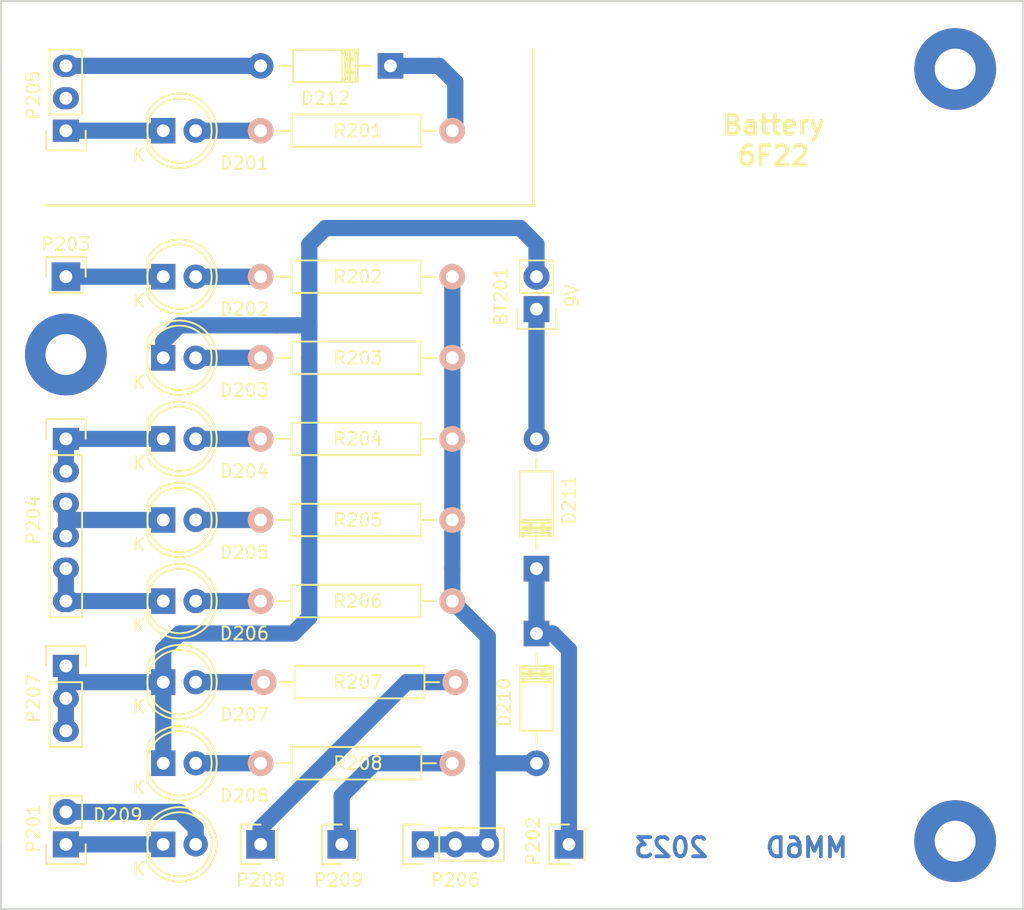
<source format=kicad_pcb>
(kicad_pcb (version 20171130) (host pcbnew 5.1.5+dfsg1-2build2)

  (general
    (thickness 1.6)
    (drawings 11)
    (tracks 66)
    (zones 0)
    (modules 33)
    (nets 25)
  )

  (page A4)
  (title_block
    (title "MM6D Grow house control device")
    (date 2024-04-23)
    (rev 231006)
    (company "Pozsar Zsolt - http://www.pozsarzs.hu")
    (comment 1 "Display board")
  )

  (layers
    (0 F.Cu signal)
    (31 B.Cu signal)
    (32 B.Adhes user)
    (33 F.Adhes user)
    (34 B.Paste user)
    (35 F.Paste user)
    (36 B.SilkS user)
    (37 F.SilkS user)
    (38 B.Mask user)
    (39 F.Mask user)
    (40 Dwgs.User user)
    (41 Cmts.User user)
    (42 Eco1.User user)
    (43 Eco2.User user)
    (44 Edge.Cuts user)
    (45 Margin user)
    (46 B.CrtYd user)
    (47 F.CrtYd user)
    (48 B.Fab user)
    (49 F.Fab user)
  )

  (setup
    (last_trace_width 0.25)
    (user_trace_width 1.27)
    (trace_clearance 0.2)
    (zone_clearance 0.508)
    (zone_45_only no)
    (trace_min 0.2)
    (via_size 0.6)
    (via_drill 0.4)
    (via_min_size 0.4)
    (via_min_drill 0.3)
    (uvia_size 0.3)
    (uvia_drill 0.1)
    (uvias_allowed no)
    (uvia_min_size 0.2)
    (uvia_min_drill 0.1)
    (edge_width 0.15)
    (segment_width 0.2)
    (pcb_text_width 0.3)
    (pcb_text_size 1.5 1.5)
    (mod_edge_width 0.15)
    (mod_text_size 0.000001 0.000001)
    (mod_text_width 0.15)
    (pad_size 1.99898 1.99898)
    (pad_drill 1.00076)
    (pad_to_mask_clearance 0.2)
    (aux_axis_origin 0 0)
    (visible_elements 7FFFFFFF)
    (pcbplotparams
      (layerselection 0x010e0_ffffffff)
      (usegerberextensions false)
      (usegerberattributes false)
      (usegerberadvancedattributes false)
      (creategerberjobfile false)
      (excludeedgelayer false)
      (linewidth 0.100000)
      (plotframeref false)
      (viasonmask false)
      (mode 1)
      (useauxorigin false)
      (hpglpennumber 1)
      (hpglpenspeed 20)
      (hpglpendiameter 15.000000)
      (psnegative false)
      (psa4output false)
      (plotreference true)
      (plotvalue false)
      (plotinvisibletext false)
      (padsonsilk false)
      (subtractmaskfromsilk false)
      (outputformat 1)
      (mirror false)
      (drillshape 0)
      (scaleselection 1)
      (outputdirectory ""))
  )

  (net 0 "")
  (net 1 "Net-(BT201-Pad1)")
  (net 2 "Net-(BT201-Pad2)")
  (net 3 "Net-(D201-Pad1)")
  (net 4 "Net-(D201-Pad2)")
  (net 5 "Net-(D202-Pad1)")
  (net 6 "Net-(D202-Pad2)")
  (net 7 "Net-(D203-Pad2)")
  (net 8 "Net-(D204-Pad1)")
  (net 9 "Net-(D204-Pad2)")
  (net 10 "Net-(D205-Pad1)")
  (net 11 "Net-(D205-Pad2)")
  (net 12 "Net-(D206-Pad1)")
  (net 13 "Net-(D206-Pad2)")
  (net 14 "Net-(D207-Pad2)")
  (net 15 "Net-(D208-Pad2)")
  (net 16 "Net-(D209-Pad1)")
  (net 17 "Net-(D209-Pad2)")
  (net 18 /+12V)
  (net 19 "Net-(D210-Pad1)")
  (net 20 "Net-(D212-Pad2)")
  (net 21 "Net-(D212-Pad1)")
  (net 22 "Net-(P208-Pad1)")
  (net 23 "Net-(P209-Pad1)")
  (net 24 "Net-(P205-Pad2)")

  (net_class Default "This is the default net class."
    (clearance 0.2)
    (trace_width 0.25)
    (via_dia 0.6)
    (via_drill 0.4)
    (uvia_dia 0.3)
    (uvia_drill 0.1)
    (add_net /+12V)
    (add_net "Net-(BT201-Pad1)")
    (add_net "Net-(BT201-Pad2)")
    (add_net "Net-(D201-Pad1)")
    (add_net "Net-(D201-Pad2)")
    (add_net "Net-(D202-Pad1)")
    (add_net "Net-(D202-Pad2)")
    (add_net "Net-(D203-Pad2)")
    (add_net "Net-(D204-Pad1)")
    (add_net "Net-(D204-Pad2)")
    (add_net "Net-(D205-Pad1)")
    (add_net "Net-(D205-Pad2)")
    (add_net "Net-(D206-Pad1)")
    (add_net "Net-(D206-Pad2)")
    (add_net "Net-(D207-Pad2)")
    (add_net "Net-(D208-Pad2)")
    (add_net "Net-(D209-Pad1)")
    (add_net "Net-(D209-Pad2)")
    (add_net "Net-(D210-Pad1)")
    (add_net "Net-(D212-Pad1)")
    (add_net "Net-(D212-Pad2)")
    (add_net "Net-(P205-Pad2)")
    (add_net "Net-(P208-Pad1)")
    (add_net "Net-(P209-Pad1)")
  )

  (module Mounting_Holes:MountingHole_3.2mm_M3_Pad (layer F.Cu) (tedit 5F96DD4E) (tstamp 5F9703F6)
    (at 179.832 63.5)
    (descr "Mounting Hole 3.2mm, M3")
    (tags "mounting hole 3.2mm m3")
    (fp_text reference REF** (at 0 -4.2) (layer F.SilkS) hide
      (effects (font (size 1 1) (thickness 0.15)))
    )
    (fp_text value MountingHole_3.2mm_M3_Pad (at -14.224 -4.064) (layer F.Fab) hide
      (effects (font (size 1 1) (thickness 0.15)))
    )
    (fp_circle (center 0 0) (end 3.2 0) (layer Cmts.User) (width 0.15))
    (fp_circle (center 0 0) (end 3.45 0) (layer F.CrtYd) (width 0.05))
    (pad 1 thru_hole circle (at 0 0) (size 6.4 6.4) (drill 3.2) (layers *.Cu *.Mask))
  )

  (module Socket_Strips:Socket_Strip_Straight_1x02 (layer F.Cu) (tedit 5F96B8A8) (tstamp 5F9697D1)
    (at 147.066 82.296 90)
    (descr "Through hole socket strip")
    (tags "socket strip")
    (path /5F1CCA80)
    (fp_text reference BT201 (at 1.016 -2.794 90) (layer F.SilkS)
      (effects (font (size 1 1) (thickness 0.15)))
    )
    (fp_text value 9V (at 1.016 2.794 90) (layer F.SilkS)
      (effects (font (size 1 1) (thickness 0.15)))
    )
    (fp_line (start -1.55 1.55) (end 0 1.55) (layer F.SilkS) (width 0.15))
    (fp_line (start 3.81 1.27) (end 1.27 1.27) (layer F.SilkS) (width 0.15))
    (fp_line (start -1.75 -1.75) (end -1.75 1.75) (layer F.CrtYd) (width 0.05))
    (fp_line (start 4.3 -1.75) (end 4.3 1.75) (layer F.CrtYd) (width 0.05))
    (fp_line (start -1.75 -1.75) (end 4.3 -1.75) (layer F.CrtYd) (width 0.05))
    (fp_line (start -1.75 1.75) (end 4.3 1.75) (layer F.CrtYd) (width 0.05))
    (fp_line (start 1.27 1.27) (end 1.27 -1.27) (layer F.SilkS) (width 0.15))
    (fp_line (start 0 -1.55) (end -1.55 -1.55) (layer F.SilkS) (width 0.15))
    (fp_line (start -1.55 -1.55) (end -1.55 1.55) (layer F.SilkS) (width 0.15))
    (fp_line (start 1.27 -1.27) (end 3.81 -1.27) (layer F.SilkS) (width 0.15))
    (fp_line (start 3.81 -1.27) (end 3.81 1.27) (layer F.SilkS) (width 0.15))
    (pad 1 thru_hole rect (at 0 0 90) (size 2.032 2.032) (drill 1.00076) (layers *.Cu *.Mask)
      (net 1 "Net-(BT201-Pad1)"))
    (pad 2 thru_hole oval (at 2.54 0 90) (size 2.032 2.032) (drill 1.00076) (layers *.Cu *.Mask)
      (net 2 "Net-(BT201-Pad2)"))
    (model Socket_Strips.3dshapes/Socket_Strip_Straight_1x02.wrl
      (offset (xyz 1.269999980926514 0 0))
      (scale (xyz 1 1 1))
      (rotate (xyz 0 0 180))
    )
  )

  (module LEDs:LED-5MM (layer F.Cu) (tedit 5F969E15) (tstamp 5F9697D7)
    (at 117.856 68.326)
    (descr "LED 5mm round vertical")
    (tags "LED 5mm round vertical")
    (path /5F1AF03C)
    (fp_text reference D201 (at 6.35 2.54) (layer F.SilkS)
      (effects (font (size 1 1) (thickness 0.15)))
    )
    (fp_text value white (at 1.524 -3.937) (layer F.Fab) hide
      (effects (font (size 1 1) (thickness 0.15)))
    )
    (fp_line (start -1.5 -1.55) (end -1.5 1.55) (layer F.CrtYd) (width 0.05))
    (fp_arc (start 1.3 0) (end -1.5 1.55) (angle -302) (layer F.CrtYd) (width 0.05))
    (fp_arc (start 1.27 0) (end -1.23 -1.5) (angle 297.5) (layer F.SilkS) (width 0.15))
    (fp_line (start -1.23 1.5) (end -1.23 -1.5) (layer F.SilkS) (width 0.15))
    (fp_circle (center 1.27 0) (end 0.97 -2.5) (layer F.SilkS) (width 0.15))
    (fp_text user K (at -1.905 1.905) (layer F.SilkS)
      (effects (font (size 1 1) (thickness 0.15)))
    )
    (pad 1 thru_hole rect (at 0 0 90) (size 2 1.9) (drill 1.00076) (layers *.Cu *.Mask)
      (net 3 "Net-(D201-Pad1)"))
    (pad 2 thru_hole circle (at 2.54 0) (size 1.9 1.9) (drill 1.00076) (layers *.Cu *.Mask)
      (net 4 "Net-(D201-Pad2)"))
    (model LEDs.3dshapes/LED-5MM.wrl
      (offset (xyz 1.269999980926514 0 0))
      (scale (xyz 1 1 1))
      (rotate (xyz 0 0 90))
    )
  )

  (module LEDs:LED-5MM (layer F.Cu) (tedit 5F969E00) (tstamp 5F9697DD)
    (at 117.856 79.756)
    (descr "LED 5mm round vertical")
    (tags "LED 5mm round vertical")
    (path /5F7F615E)
    (fp_text reference D202 (at 6.35 2.54) (layer F.SilkS)
      (effects (font (size 1 1) (thickness 0.15)))
    )
    (fp_text value red (at 1.524 -3.937) (layer F.Fab) hide
      (effects (font (size 1 1) (thickness 0.15)))
    )
    (fp_line (start -1.5 -1.55) (end -1.5 1.55) (layer F.CrtYd) (width 0.05))
    (fp_arc (start 1.3 0) (end -1.5 1.55) (angle -302) (layer F.CrtYd) (width 0.05))
    (fp_arc (start 1.27 0) (end -1.23 -1.5) (angle 297.5) (layer F.SilkS) (width 0.15))
    (fp_line (start -1.23 1.5) (end -1.23 -1.5) (layer F.SilkS) (width 0.15))
    (fp_circle (center 1.27 0) (end 0.97 -2.5) (layer F.SilkS) (width 0.15))
    (fp_text user K (at -1.905 1.905) (layer F.SilkS)
      (effects (font (size 1 1) (thickness 0.15)))
    )
    (pad 1 thru_hole rect (at 0 0 90) (size 2 1.9) (drill 1.00076) (layers *.Cu *.Mask)
      (net 5 "Net-(D202-Pad1)"))
    (pad 2 thru_hole circle (at 2.54 0) (size 1.9 1.9) (drill 1.00076) (layers *.Cu *.Mask)
      (net 6 "Net-(D202-Pad2)"))
    (model LEDs.3dshapes/LED-5MM.wrl
      (offset (xyz 1.269999980926514 0 0))
      (scale (xyz 1 1 1))
      (rotate (xyz 0 0 90))
    )
  )

  (module LEDs:LED-5MM (layer F.Cu) (tedit 5F969E06) (tstamp 5F9697E3)
    (at 117.856 86.106)
    (descr "LED 5mm round vertical")
    (tags "LED 5mm round vertical")
    (path /5F1C1910)
    (fp_text reference D203 (at 6.35 2.54) (layer F.SilkS)
      (effects (font (size 1 1) (thickness 0.15)))
    )
    (fp_text value white (at 1.524 -3.937) (layer F.Fab) hide
      (effects (font (size 1 1) (thickness 0.15)))
    )
    (fp_line (start -1.5 -1.55) (end -1.5 1.55) (layer F.CrtYd) (width 0.05))
    (fp_arc (start 1.3 0) (end -1.5 1.55) (angle -302) (layer F.CrtYd) (width 0.05))
    (fp_arc (start 1.27 0) (end -1.23 -1.5) (angle 297.5) (layer F.SilkS) (width 0.15))
    (fp_line (start -1.23 1.5) (end -1.23 -1.5) (layer F.SilkS) (width 0.15))
    (fp_circle (center 1.27 0) (end 0.97 -2.5) (layer F.SilkS) (width 0.15))
    (fp_text user K (at -1.905 1.905) (layer F.SilkS)
      (effects (font (size 1 1) (thickness 0.15)))
    )
    (pad 1 thru_hole rect (at 0 0 90) (size 2 1.9) (drill 1.00076) (layers *.Cu *.Mask)
      (net 2 "Net-(BT201-Pad2)"))
    (pad 2 thru_hole circle (at 2.54 0) (size 1.9 1.9) (drill 1.00076) (layers *.Cu *.Mask)
      (net 7 "Net-(D203-Pad2)"))
    (model LEDs.3dshapes/LED-5MM.wrl
      (offset (xyz 1.269999980926514 0 0))
      (scale (xyz 1 1 1))
      (rotate (xyz 0 0 90))
    )
  )

  (module LEDs:LED-5MM (layer F.Cu) (tedit 5F969E0B) (tstamp 5F9697E9)
    (at 117.856 92.456)
    (descr "LED 5mm round vertical")
    (tags "LED 5mm round vertical")
    (path /5F7E9D43)
    (fp_text reference D204 (at 6.35 2.54) (layer F.SilkS)
      (effects (font (size 1 1) (thickness 0.15)))
    )
    (fp_text value green (at 1.524 -3.937) (layer F.Fab) hide
      (effects (font (size 1 1) (thickness 0.15)))
    )
    (fp_line (start -1.5 -1.55) (end -1.5 1.55) (layer F.CrtYd) (width 0.05))
    (fp_arc (start 1.3 0) (end -1.5 1.55) (angle -302) (layer F.CrtYd) (width 0.05))
    (fp_arc (start 1.27 0) (end -1.23 -1.5) (angle 297.5) (layer F.SilkS) (width 0.15))
    (fp_line (start -1.23 1.5) (end -1.23 -1.5) (layer F.SilkS) (width 0.15))
    (fp_circle (center 1.27 0) (end 0.97 -2.5) (layer F.SilkS) (width 0.15))
    (fp_text user K (at -1.905 1.905) (layer F.SilkS)
      (effects (font (size 1 1) (thickness 0.15)))
    )
    (pad 1 thru_hole rect (at 0 0 90) (size 2 1.9) (drill 1.00076) (layers *.Cu *.Mask)
      (net 8 "Net-(D204-Pad1)"))
    (pad 2 thru_hole circle (at 2.54 0) (size 1.9 1.9) (drill 1.00076) (layers *.Cu *.Mask)
      (net 9 "Net-(D204-Pad2)"))
    (model LEDs.3dshapes/LED-5MM.wrl
      (offset (xyz 1.269999980926514 0 0))
      (scale (xyz 1 1 1))
      (rotate (xyz 0 0 90))
    )
  )

  (module LEDs:LED-5MM (layer F.Cu) (tedit 5F969E42) (tstamp 5F9697EF)
    (at 117.856 98.806)
    (descr "LED 5mm round vertical")
    (tags "LED 5mm round vertical")
    (path /5F7E9BE9)
    (fp_text reference D205 (at 6.35 2.54) (layer F.SilkS)
      (effects (font (size 1 1) (thickness 0.15)))
    )
    (fp_text value green (at 1.524 -3.937) (layer F.Fab) hide
      (effects (font (size 1 1) (thickness 0.15)))
    )
    (fp_line (start -1.5 -1.55) (end -1.5 1.55) (layer F.CrtYd) (width 0.05))
    (fp_arc (start 1.3 0) (end -1.5 1.55) (angle -302) (layer F.CrtYd) (width 0.05))
    (fp_arc (start 1.27 0) (end -1.23 -1.5) (angle 297.5) (layer F.SilkS) (width 0.15))
    (fp_line (start -1.23 1.5) (end -1.23 -1.5) (layer F.SilkS) (width 0.15))
    (fp_circle (center 1.27 0) (end 0.97 -2.5) (layer F.SilkS) (width 0.15))
    (fp_text user K (at -1.905 1.905) (layer F.SilkS)
      (effects (font (size 1 1) (thickness 0.15)))
    )
    (pad 1 thru_hole rect (at 0 0 90) (size 2 1.9) (drill 1.00076) (layers *.Cu *.Mask)
      (net 10 "Net-(D205-Pad1)"))
    (pad 2 thru_hole circle (at 2.54 0) (size 1.9 1.9) (drill 1.00076) (layers *.Cu *.Mask)
      (net 11 "Net-(D205-Pad2)"))
    (model LEDs.3dshapes/LED-5MM.wrl
      (offset (xyz 1.269999980926514 0 0))
      (scale (xyz 1 1 1))
      (rotate (xyz 0 0 90))
    )
  )

  (module LEDs:LED-5MM (layer F.Cu) (tedit 5F969E46) (tstamp 5F9697F5)
    (at 117.856 105.156)
    (descr "LED 5mm round vertical")
    (tags "LED 5mm round vertical")
    (path /5F7E9A8F)
    (fp_text reference D206 (at 6.35 2.54) (layer F.SilkS)
      (effects (font (size 1 1) (thickness 0.15)))
    )
    (fp_text value green (at 1.524 -3.937) (layer F.Fab) hide
      (effects (font (size 1 1) (thickness 0.15)))
    )
    (fp_line (start -1.5 -1.55) (end -1.5 1.55) (layer F.CrtYd) (width 0.05))
    (fp_arc (start 1.3 0) (end -1.5 1.55) (angle -302) (layer F.CrtYd) (width 0.05))
    (fp_arc (start 1.27 0) (end -1.23 -1.5) (angle 297.5) (layer F.SilkS) (width 0.15))
    (fp_line (start -1.23 1.5) (end -1.23 -1.5) (layer F.SilkS) (width 0.15))
    (fp_circle (center 1.27 0) (end 0.97 -2.5) (layer F.SilkS) (width 0.15))
    (fp_text user K (at -1.905 1.905) (layer F.SilkS)
      (effects (font (size 1 1) (thickness 0.15)))
    )
    (pad 1 thru_hole rect (at 0 0 90) (size 2 1.9) (drill 1.00076) (layers *.Cu *.Mask)
      (net 12 "Net-(D206-Pad1)"))
    (pad 2 thru_hole circle (at 2.54 0) (size 1.9 1.9) (drill 1.00076) (layers *.Cu *.Mask)
      (net 13 "Net-(D206-Pad2)"))
    (model LEDs.3dshapes/LED-5MM.wrl
      (offset (xyz 1.269999980926514 0 0))
      (scale (xyz 1 1 1))
      (rotate (xyz 0 0 90))
    )
  )

  (module LEDs:LED-5MM (layer F.Cu) (tedit 5F969E4E) (tstamp 5F9697FB)
    (at 117.856 111.506)
    (descr "LED 5mm round vertical")
    (tags "LED 5mm round vertical")
    (path /5F1BBBBC)
    (fp_text reference D207 (at 6.35 2.54) (layer F.SilkS)
      (effects (font (size 1 1) (thickness 0.15)))
    )
    (fp_text value red (at 1.524 -3.937) (layer F.Fab) hide
      (effects (font (size 1 1) (thickness 0.15)))
    )
    (fp_line (start -1.5 -1.55) (end -1.5 1.55) (layer F.CrtYd) (width 0.05))
    (fp_arc (start 1.3 0) (end -1.5 1.55) (angle -302) (layer F.CrtYd) (width 0.05))
    (fp_arc (start 1.27 0) (end -1.23 -1.5) (angle 297.5) (layer F.SilkS) (width 0.15))
    (fp_line (start -1.23 1.5) (end -1.23 -1.5) (layer F.SilkS) (width 0.15))
    (fp_circle (center 1.27 0) (end 0.97 -2.5) (layer F.SilkS) (width 0.15))
    (fp_text user K (at -1.905 1.905) (layer F.SilkS)
      (effects (font (size 1 1) (thickness 0.15)))
    )
    (pad 1 thru_hole rect (at 0 0 90) (size 2 1.9) (drill 1.00076) (layers *.Cu *.Mask)
      (net 2 "Net-(BT201-Pad2)"))
    (pad 2 thru_hole circle (at 2.54 0) (size 1.9 1.9) (drill 1.00076) (layers *.Cu *.Mask)
      (net 14 "Net-(D207-Pad2)"))
    (model LEDs.3dshapes/LED-5MM.wrl
      (offset (xyz 1.269999980926514 0 0))
      (scale (xyz 1 1 1))
      (rotate (xyz 0 0 90))
    )
  )

  (module LEDs:LED-5MM (layer F.Cu) (tedit 5F969E52) (tstamp 5F969801)
    (at 117.856 117.856)
    (descr "LED 5mm round vertical")
    (tags "LED 5mm round vertical")
    (path /5F1C6BFD)
    (fp_text reference D208 (at 6.35 2.54) (layer F.SilkS)
      (effects (font (size 1 1) (thickness 0.15)))
    )
    (fp_text value yellow (at 1.524 -3.937) (layer F.Fab) hide
      (effects (font (size 1 1) (thickness 0.15)))
    )
    (fp_line (start -1.5 -1.55) (end -1.5 1.55) (layer F.CrtYd) (width 0.05))
    (fp_arc (start 1.3 0) (end -1.5 1.55) (angle -302) (layer F.CrtYd) (width 0.05))
    (fp_arc (start 1.27 0) (end -1.23 -1.5) (angle 297.5) (layer F.SilkS) (width 0.15))
    (fp_line (start -1.23 1.5) (end -1.23 -1.5) (layer F.SilkS) (width 0.15))
    (fp_circle (center 1.27 0) (end 0.97 -2.5) (layer F.SilkS) (width 0.15))
    (fp_text user K (at -1.905 1.905) (layer F.SilkS)
      (effects (font (size 1 1) (thickness 0.15)))
    )
    (pad 1 thru_hole rect (at 0 0 90) (size 2 1.9) (drill 1.00076) (layers *.Cu *.Mask)
      (net 2 "Net-(BT201-Pad2)"))
    (pad 2 thru_hole circle (at 2.54 0) (size 1.9 1.9) (drill 1.00076) (layers *.Cu *.Mask)
      (net 15 "Net-(D208-Pad2)"))
    (model LEDs.3dshapes/LED-5MM.wrl
      (offset (xyz 1.269999980926514 0 0))
      (scale (xyz 1 1 1))
      (rotate (xyz 0 0 90))
    )
  )

  (module LEDs:LED-5MM (layer F.Cu) (tedit 5F96B162) (tstamp 5F969807)
    (at 117.856 124.206)
    (descr "LED 5mm round vertical")
    (tags "LED 5mm round vertical")
    (path /5F81AC4E)
    (fp_text reference D209 (at -3.556 -2.286) (layer F.SilkS)
      (effects (font (size 1 1) (thickness 0.15)))
    )
    (fp_text value blue (at 1.524 -3.937) (layer F.Fab) hide
      (effects (font (size 1 1) (thickness 0.15)))
    )
    (fp_line (start -1.5 -1.55) (end -1.5 1.55) (layer F.CrtYd) (width 0.05))
    (fp_arc (start 1.3 0) (end -1.5 1.55) (angle -302) (layer F.CrtYd) (width 0.05))
    (fp_arc (start 1.27 0) (end -1.23 -1.5) (angle 297.5) (layer F.SilkS) (width 0.15))
    (fp_line (start -1.23 1.5) (end -1.23 -1.5) (layer F.SilkS) (width 0.15))
    (fp_circle (center 1.27 0) (end 0.97 -2.5) (layer F.SilkS) (width 0.15))
    (fp_text user K (at -1.905 1.905) (layer F.SilkS)
      (effects (font (size 1 1) (thickness 0.15)))
    )
    (pad 1 thru_hole rect (at 0 0 90) (size 2 1.9) (drill 1.00076) (layers *.Cu *.Mask)
      (net 16 "Net-(D209-Pad1)"))
    (pad 2 thru_hole circle (at 2.54 0) (size 1.9 1.9) (drill 1.00076) (layers *.Cu *.Mask)
      (net 17 "Net-(D209-Pad2)"))
    (model LEDs.3dshapes/LED-5MM.wrl
      (offset (xyz 1.269999980926514 0 0))
      (scale (xyz 1 1 1))
      (rotate (xyz 0 0 90))
    )
  )

  (module Diodes_THT:Diode_DO-41_SOD81_Horizontal_RM10 (layer F.Cu) (tedit 5F96BAF7) (tstamp 5F96980D)
    (at 147.066 107.696 270)
    (descr "Diode, DO-41, SOD81, Horizontal, RM 10mm,")
    (tags "Diode, DO-41, SOD81, Horizontal, RM 10mm, 1N4007, SB140,")
    (path /5F1CC812)
    (fp_text reference D210 (at 5.38734 2.53746 270) (layer F.SilkS)
      (effects (font (size 1 1) (thickness 0.15)))
    )
    (fp_text value 1N4001 (at 5.08 -2.286 270) (layer F.Fab) hide
      (effects (font (size 1 1) (thickness 0.15)))
    )
    (fp_line (start 7.62 -0.00254) (end 8.636 -0.00254) (layer F.SilkS) (width 0.15))
    (fp_line (start 2.794 -0.00254) (end 1.524 -0.00254) (layer F.SilkS) (width 0.15))
    (fp_line (start 3.048 -1.27254) (end 3.048 1.26746) (layer F.SilkS) (width 0.15))
    (fp_line (start 3.302 -1.27254) (end 3.302 1.26746) (layer F.SilkS) (width 0.15))
    (fp_line (start 3.556 -1.27254) (end 3.556 1.26746) (layer F.SilkS) (width 0.15))
    (fp_line (start 2.794 -1.27254) (end 2.794 1.26746) (layer F.SilkS) (width 0.15))
    (fp_line (start 3.81 -1.27254) (end 2.54 1.26746) (layer F.SilkS) (width 0.15))
    (fp_line (start 2.54 -1.27254) (end 3.81 1.26746) (layer F.SilkS) (width 0.15))
    (fp_line (start 3.81 -1.27254) (end 3.81 1.26746) (layer F.SilkS) (width 0.15))
    (fp_line (start 3.175 -1.27254) (end 3.175 1.26746) (layer F.SilkS) (width 0.15))
    (fp_line (start 2.54 1.26746) (end 2.54 -1.27254) (layer F.SilkS) (width 0.15))
    (fp_line (start 2.54 -1.27254) (end 7.62 -1.27254) (layer F.SilkS) (width 0.15))
    (fp_line (start 7.62 -1.27254) (end 7.62 1.26746) (layer F.SilkS) (width 0.15))
    (fp_line (start 7.62 1.26746) (end 2.54 1.26746) (layer F.SilkS) (width 0.15))
    (pad 2 thru_hole circle (at 10.16 -0.00254 90) (size 1.99898 1.99898) (drill 1.00076) (layers *.Cu *.Mask)
      (net 18 /+12V))
    (pad 1 thru_hole rect (at 0 -0.00254 90) (size 1.99898 1.99898) (drill 1.00076) (layers *.Cu *.Mask)
      (net 19 "Net-(D210-Pad1)"))
  )

  (module Diodes_THT:Diode_DO-41_SOD81_Horizontal_RM10 (layer F.Cu) (tedit 5F96BBB0) (tstamp 5F969813)
    (at 147.066 102.616 90)
    (descr "Diode, DO-41, SOD81, Horizontal, RM 10mm,")
    (tags "Diode, DO-41, SOD81, Horizontal, RM 10mm, 1N4007, SB140,")
    (path /5F1CC947)
    (fp_text reference D211 (at 5.38734 2.53746 90) (layer F.SilkS)
      (effects (font (size 1 1) (thickness 0.15)))
    )
    (fp_text value 1N4001 (at 5.588 -2.286 90) (layer F.Fab) hide
      (effects (font (size 1 1) (thickness 0.15)))
    )
    (fp_line (start 7.62 -0.00254) (end 8.636 -0.00254) (layer F.SilkS) (width 0.15))
    (fp_line (start 2.794 -0.00254) (end 1.524 -0.00254) (layer F.SilkS) (width 0.15))
    (fp_line (start 3.048 -1.27254) (end 3.048 1.26746) (layer F.SilkS) (width 0.15))
    (fp_line (start 3.302 -1.27254) (end 3.302 1.26746) (layer F.SilkS) (width 0.15))
    (fp_line (start 3.556 -1.27254) (end 3.556 1.26746) (layer F.SilkS) (width 0.15))
    (fp_line (start 2.794 -1.27254) (end 2.794 1.26746) (layer F.SilkS) (width 0.15))
    (fp_line (start 3.81 -1.27254) (end 2.54 1.26746) (layer F.SilkS) (width 0.15))
    (fp_line (start 2.54 -1.27254) (end 3.81 1.26746) (layer F.SilkS) (width 0.15))
    (fp_line (start 3.81 -1.27254) (end 3.81 1.26746) (layer F.SilkS) (width 0.15))
    (fp_line (start 3.175 -1.27254) (end 3.175 1.26746) (layer F.SilkS) (width 0.15))
    (fp_line (start 2.54 1.26746) (end 2.54 -1.27254) (layer F.SilkS) (width 0.15))
    (fp_line (start 2.54 -1.27254) (end 7.62 -1.27254) (layer F.SilkS) (width 0.15))
    (fp_line (start 7.62 -1.27254) (end 7.62 1.26746) (layer F.SilkS) (width 0.15))
    (fp_line (start 7.62 1.26746) (end 2.54 1.26746) (layer F.SilkS) (width 0.15))
    (pad 2 thru_hole circle (at 10.16 -0.00254 270) (size 1.99898 1.99898) (drill 1.00076) (layers *.Cu *.Mask)
      (net 1 "Net-(BT201-Pad1)"))
    (pad 1 thru_hole rect (at 0 -0.00254 270) (size 1.99898 1.99898) (drill 1.00076) (layers *.Cu *.Mask)
      (net 19 "Net-(D210-Pad1)"))
  )

  (module Diodes_THT:Diode_DO-41_SOD81_Horizontal_RM10 (layer F.Cu) (tedit 5F96BBA8) (tstamp 5F969819)
    (at 135.636 63.246 180)
    (descr "Diode, DO-41, SOD81, Horizontal, RM 10mm,")
    (tags "Diode, DO-41, SOD81, Horizontal, RM 10mm, 1N4007, SB140,")
    (path /5F1AEFFD)
    (fp_text reference D212 (at 5.08 -2.54 180) (layer F.SilkS)
      (effects (font (size 1 1) (thickness 0.15)))
    )
    (fp_text value 1N4007 (at 5.08 2.54 180) (layer F.Fab) hide
      (effects (font (size 1 1) (thickness 0.15)))
    )
    (fp_line (start 7.62 -0.00254) (end 8.636 -0.00254) (layer F.SilkS) (width 0.15))
    (fp_line (start 2.794 -0.00254) (end 1.524 -0.00254) (layer F.SilkS) (width 0.15))
    (fp_line (start 3.048 -1.27254) (end 3.048 1.26746) (layer F.SilkS) (width 0.15))
    (fp_line (start 3.302 -1.27254) (end 3.302 1.26746) (layer F.SilkS) (width 0.15))
    (fp_line (start 3.556 -1.27254) (end 3.556 1.26746) (layer F.SilkS) (width 0.15))
    (fp_line (start 2.794 -1.27254) (end 2.794 1.26746) (layer F.SilkS) (width 0.15))
    (fp_line (start 3.81 -1.27254) (end 2.54 1.26746) (layer F.SilkS) (width 0.15))
    (fp_line (start 2.54 -1.27254) (end 3.81 1.26746) (layer F.SilkS) (width 0.15))
    (fp_line (start 3.81 -1.27254) (end 3.81 1.26746) (layer F.SilkS) (width 0.15))
    (fp_line (start 3.175 -1.27254) (end 3.175 1.26746) (layer F.SilkS) (width 0.15))
    (fp_line (start 2.54 1.26746) (end 2.54 -1.27254) (layer F.SilkS) (width 0.15))
    (fp_line (start 2.54 -1.27254) (end 7.62 -1.27254) (layer F.SilkS) (width 0.15))
    (fp_line (start 7.62 -1.27254) (end 7.62 1.26746) (layer F.SilkS) (width 0.15))
    (fp_line (start 7.62 1.26746) (end 2.54 1.26746) (layer F.SilkS) (width 0.15))
    (pad 2 thru_hole circle (at 10.16 -0.00254) (size 1.99898 1.99898) (drill 1.00076) (layers *.Cu *.Mask)
      (net 20 "Net-(D212-Pad2)"))
    (pad 1 thru_hole rect (at 0 -0.00254) (size 1.99898 1.99898) (drill 1.00076) (layers *.Cu *.Mask)
      (net 21 "Net-(D212-Pad1)"))
  )

  (module Socket_Strips:Socket_Strip_Straight_1x02 (layer F.Cu) (tedit 5F96B851) (tstamp 5F96981F)
    (at 110.236 124.206 90)
    (descr "Through hole socket strip")
    (tags "socket strip")
    (path /5F81A1FB)
    (fp_text reference P201 (at 1.27 -2.54 90) (layer F.SilkS)
      (effects (font (size 1 1) (thickness 0.15)))
    )
    (fp_text value CONN_01X02 (at 1.27 2.54 90) (layer F.Fab) hide
      (effects (font (size 1 1) (thickness 0.15)))
    )
    (fp_line (start -1.55 1.55) (end 0 1.55) (layer F.SilkS) (width 0.15))
    (fp_line (start 3.81 1.27) (end 1.27 1.27) (layer F.SilkS) (width 0.15))
    (fp_line (start -1.75 -1.75) (end -1.75 1.75) (layer F.CrtYd) (width 0.05))
    (fp_line (start 4.3 -1.75) (end 4.3 1.75) (layer F.CrtYd) (width 0.05))
    (fp_line (start -1.75 -1.75) (end 4.3 -1.75) (layer F.CrtYd) (width 0.05))
    (fp_line (start -1.75 1.75) (end 4.3 1.75) (layer F.CrtYd) (width 0.05))
    (fp_line (start 1.27 1.27) (end 1.27 -1.27) (layer F.SilkS) (width 0.15))
    (fp_line (start 0 -1.55) (end -1.55 -1.55) (layer F.SilkS) (width 0.15))
    (fp_line (start -1.55 -1.55) (end -1.55 1.55) (layer F.SilkS) (width 0.15))
    (fp_line (start 1.27 -1.27) (end 3.81 -1.27) (layer F.SilkS) (width 0.15))
    (fp_line (start 3.81 -1.27) (end 3.81 1.27) (layer F.SilkS) (width 0.15))
    (pad 1 thru_hole rect (at 0 0 90) (size 2.032 2.032) (drill 1.00076) (layers *.Cu *.Mask)
      (net 16 "Net-(D209-Pad1)"))
    (pad 2 thru_hole oval (at 2.54 0 90) (size 2.032 2.032) (drill 1.00076) (layers *.Cu *.Mask)
      (net 17 "Net-(D209-Pad2)"))
    (model Socket_Strips.3dshapes/Socket_Strip_Straight_1x02.wrl
      (offset (xyz 1.269999980926514 0 0))
      (scale (xyz 1 1 1))
      (rotate (xyz 0 0 180))
    )
  )

  (module Socket_Strips:Socket_Strip_Straight_1x01 (layer F.Cu) (tedit 5F96B880) (tstamp 5F969824)
    (at 149.606 124.206)
    (descr "Through hole socket strip")
    (tags "socket strip")
    (path /5F96D0B3)
    (fp_text reference P202 (at -2.794 -0.254 90) (layer F.SilkS)
      (effects (font (size 1 1) (thickness 0.15)))
    )
    (fp_text value CONN_01X01 (at 2.794 -0.762 90) (layer F.Fab) hide
      (effects (font (size 1 1) (thickness 0.15)))
    )
    (fp_line (start -1.75 -1.75) (end -1.75 1.75) (layer F.CrtYd) (width 0.05))
    (fp_line (start 1.75 -1.75) (end 1.75 1.75) (layer F.CrtYd) (width 0.05))
    (fp_line (start -1.75 -1.75) (end 1.75 -1.75) (layer F.CrtYd) (width 0.05))
    (fp_line (start -1.75 1.75) (end 1.75 1.75) (layer F.CrtYd) (width 0.05))
    (fp_line (start 1.27 1.27) (end 1.27 -1.27) (layer F.SilkS) (width 0.15))
    (fp_line (start -1.55 -1.55) (end 0 -1.55) (layer F.SilkS) (width 0.15))
    (fp_line (start -1.55 -1.55) (end -1.55 1.55) (layer F.SilkS) (width 0.15))
    (fp_line (start -1.55 1.55) (end 0 1.55) (layer F.SilkS) (width 0.15))
    (pad 1 thru_hole rect (at 0 0) (size 2.2352 2.2352) (drill 1.00076) (layers *.Cu *.Mask)
      (net 19 "Net-(D210-Pad1)"))
    (model Socket_Strips.3dshapes/Socket_Strip_Straight_1x01.wrl
      (at (xyz 0 0 0))
      (scale (xyz 1 1 1))
      (rotate (xyz 0 0 180))
    )
  )

  (module Socket_Strips:Socket_Strip_Straight_1x01 (layer F.Cu) (tedit 5F96B7EA) (tstamp 5F969829)
    (at 110.236 79.756 270)
    (descr "Through hole socket strip")
    (tags "socket strip")
    (path /5F95EDE5)
    (fp_text reference P203 (at -2.54 0) (layer F.SilkS)
      (effects (font (size 1 1) (thickness 0.15)))
    )
    (fp_text value CONN_01X01 (at 2.54 0) (layer F.Fab) hide
      (effects (font (size 1 1) (thickness 0.15)))
    )
    (fp_line (start -1.75 -1.75) (end -1.75 1.75) (layer F.CrtYd) (width 0.05))
    (fp_line (start 1.75 -1.75) (end 1.75 1.75) (layer F.CrtYd) (width 0.05))
    (fp_line (start -1.75 -1.75) (end 1.75 -1.75) (layer F.CrtYd) (width 0.05))
    (fp_line (start -1.75 1.75) (end 1.75 1.75) (layer F.CrtYd) (width 0.05))
    (fp_line (start 1.27 1.27) (end 1.27 -1.27) (layer F.SilkS) (width 0.15))
    (fp_line (start -1.55 -1.55) (end 0 -1.55) (layer F.SilkS) (width 0.15))
    (fp_line (start -1.55 -1.55) (end -1.55 1.55) (layer F.SilkS) (width 0.15))
    (fp_line (start -1.55 1.55) (end 0 1.55) (layer F.SilkS) (width 0.15))
    (pad 1 thru_hole rect (at 0 0 270) (size 2.2352 2.2352) (drill 1.00076) (layers *.Cu *.Mask)
      (net 5 "Net-(D202-Pad1)"))
    (model Socket_Strips.3dshapes/Socket_Strip_Straight_1x01.wrl
      (at (xyz 0 0 0))
      (scale (xyz 1 1 1))
      (rotate (xyz 0 0 180))
    )
  )

  (module Socket_Strips:Socket_Strip_Straight_1x06 (layer F.Cu) (tedit 5F96B81D) (tstamp 5F969833)
    (at 110.236 92.456 270)
    (descr "Through hole socket strip")
    (tags "socket strip")
    (path /5F95E0A1)
    (fp_text reference P204 (at 6.35 2.54 270) (layer F.SilkS)
      (effects (font (size 1 1) (thickness 0.15)))
    )
    (fp_text value CONN_01X06 (at 6.35 -2.54 270) (layer F.Fab) hide
      (effects (font (size 1 1) (thickness 0.15)))
    )
    (fp_line (start -1.75 -1.75) (end -1.75 1.75) (layer F.CrtYd) (width 0.05))
    (fp_line (start 14.45 -1.75) (end 14.45 1.75) (layer F.CrtYd) (width 0.05))
    (fp_line (start -1.75 -1.75) (end 14.45 -1.75) (layer F.CrtYd) (width 0.05))
    (fp_line (start -1.75 1.75) (end 14.45 1.75) (layer F.CrtYd) (width 0.05))
    (fp_line (start 1.27 1.27) (end 13.97 1.27) (layer F.SilkS) (width 0.15))
    (fp_line (start 13.97 1.27) (end 13.97 -1.27) (layer F.SilkS) (width 0.15))
    (fp_line (start 13.97 -1.27) (end 1.27 -1.27) (layer F.SilkS) (width 0.15))
    (fp_line (start -1.55 1.55) (end 0 1.55) (layer F.SilkS) (width 0.15))
    (fp_line (start 1.27 1.27) (end 1.27 -1.27) (layer F.SilkS) (width 0.15))
    (fp_line (start 0 -1.55) (end -1.55 -1.55) (layer F.SilkS) (width 0.15))
    (fp_line (start -1.55 -1.55) (end -1.55 1.55) (layer F.SilkS) (width 0.15))
    (pad 1 thru_hole rect (at 0 0 270) (size 1.7272 2.032) (drill 1.00076) (layers *.Cu *.Mask)
      (net 8 "Net-(D204-Pad1)"))
    (pad 2 thru_hole oval (at 2.54 0 270) (size 1.7272 2.032) (drill 1.00076) (layers *.Cu *.Mask)
      (net 8 "Net-(D204-Pad1)"))
    (pad 3 thru_hole oval (at 5.08 0 270) (size 1.7272 2.032) (drill 1.00076) (layers *.Cu *.Mask)
      (net 10 "Net-(D205-Pad1)"))
    (pad 4 thru_hole oval (at 7.62 0 270) (size 1.7272 2.032) (drill 1.00076) (layers *.Cu *.Mask)
      (net 10 "Net-(D205-Pad1)"))
    (pad 5 thru_hole oval (at 10.16 0 270) (size 1.7272 2.032) (drill 1.00076) (layers *.Cu *.Mask)
      (net 12 "Net-(D206-Pad1)"))
    (pad 6 thru_hole oval (at 12.7 0 270) (size 1.7272 2.032) (drill 1.00076) (layers *.Cu *.Mask)
      (net 12 "Net-(D206-Pad1)"))
    (model Socket_Strips.3dshapes/Socket_Strip_Straight_1x06.wrl
      (offset (xyz 6.349999904632568 0 0))
      (scale (xyz 1 1 1))
      (rotate (xyz 0 0 180))
    )
  )

  (module Socket_Strips:Socket_Strip_Straight_1x03 (layer F.Cu) (tedit 5F96B878) (tstamp 5F969840)
    (at 138.176 124.206)
    (descr "Through hole socket strip")
    (tags "socket strip")
    (path /5F969BAC)
    (fp_text reference P206 (at 2.54 2.794) (layer F.SilkS)
      (effects (font (size 1 1) (thickness 0.15)))
    )
    (fp_text value CONN_01X03 (at 0 -3.1) (layer F.Fab) hide
      (effects (font (size 1 1) (thickness 0.15)))
    )
    (fp_line (start 0 -1.55) (end -1.55 -1.55) (layer F.SilkS) (width 0.15))
    (fp_line (start -1.55 -1.55) (end -1.55 1.55) (layer F.SilkS) (width 0.15))
    (fp_line (start -1.55 1.55) (end 0 1.55) (layer F.SilkS) (width 0.15))
    (fp_line (start -1.75 -1.75) (end -1.75 1.75) (layer F.CrtYd) (width 0.05))
    (fp_line (start 6.85 -1.75) (end 6.85 1.75) (layer F.CrtYd) (width 0.05))
    (fp_line (start -1.75 -1.75) (end 6.85 -1.75) (layer F.CrtYd) (width 0.05))
    (fp_line (start -1.75 1.75) (end 6.85 1.75) (layer F.CrtYd) (width 0.05))
    (fp_line (start 1.27 -1.27) (end 6.35 -1.27) (layer F.SilkS) (width 0.15))
    (fp_line (start 6.35 -1.27) (end 6.35 1.27) (layer F.SilkS) (width 0.15))
    (fp_line (start 6.35 1.27) (end 1.27 1.27) (layer F.SilkS) (width 0.15))
    (fp_line (start 1.27 1.27) (end 1.27 -1.27) (layer F.SilkS) (width 0.15))
    (pad 1 thru_hole rect (at 0 0) (size 1.7272 2.032) (drill 1.00076) (layers *.Cu *.Mask)
      (net 18 /+12V))
    (pad 2 thru_hole oval (at 2.54 0) (size 1.7272 2.032) (drill 1.00076) (layers *.Cu *.Mask)
      (net 18 /+12V))
    (pad 3 thru_hole oval (at 5.08 0) (size 1.7272 2.032) (drill 1.00076) (layers *.Cu *.Mask)
      (net 18 /+12V))
    (model Socket_Strips.3dshapes/Socket_Strip_Straight_1x03.wrl
      (offset (xyz 2.539999961853027 0 0))
      (scale (xyz 1 1 1))
      (rotate (xyz 0 0 180))
    )
  )

  (module Socket_Strips:Socket_Strip_Straight_1x03 (layer F.Cu) (tedit 5F96B834) (tstamp 5F969847)
    (at 110.236 110.236 270)
    (descr "Through hole socket strip")
    (tags "socket strip")
    (path /5F969DAF)
    (fp_text reference P207 (at 2.54 2.54 270) (layer F.SilkS)
      (effects (font (size 1 1) (thickness 0.15)))
    )
    (fp_text value CONN_01X03 (at 2.54 -2.54 270) (layer F.Fab) hide
      (effects (font (size 1 1) (thickness 0.15)))
    )
    (fp_line (start 0 -1.55) (end -1.55 -1.55) (layer F.SilkS) (width 0.15))
    (fp_line (start -1.55 -1.55) (end -1.55 1.55) (layer F.SilkS) (width 0.15))
    (fp_line (start -1.55 1.55) (end 0 1.55) (layer F.SilkS) (width 0.15))
    (fp_line (start -1.75 -1.75) (end -1.75 1.75) (layer F.CrtYd) (width 0.05))
    (fp_line (start 6.85 -1.75) (end 6.85 1.75) (layer F.CrtYd) (width 0.05))
    (fp_line (start -1.75 -1.75) (end 6.85 -1.75) (layer F.CrtYd) (width 0.05))
    (fp_line (start -1.75 1.75) (end 6.85 1.75) (layer F.CrtYd) (width 0.05))
    (fp_line (start 1.27 -1.27) (end 6.35 -1.27) (layer F.SilkS) (width 0.15))
    (fp_line (start 6.35 -1.27) (end 6.35 1.27) (layer F.SilkS) (width 0.15))
    (fp_line (start 6.35 1.27) (end 1.27 1.27) (layer F.SilkS) (width 0.15))
    (fp_line (start 1.27 1.27) (end 1.27 -1.27) (layer F.SilkS) (width 0.15))
    (pad 1 thru_hole rect (at 0 0 270) (size 1.7272 2.032) (drill 1.00076) (layers *.Cu *.Mask)
      (net 2 "Net-(BT201-Pad2)"))
    (pad 2 thru_hole oval (at 2.54 0 270) (size 1.7272 2.032) (drill 1.00076) (layers *.Cu *.Mask)
      (net 2 "Net-(BT201-Pad2)"))
    (pad 3 thru_hole oval (at 5.08 0 270) (size 1.7272 2.032) (drill 1.00076) (layers *.Cu *.Mask)
      (net 2 "Net-(BT201-Pad2)"))
    (model Socket_Strips.3dshapes/Socket_Strip_Straight_1x03.wrl
      (offset (xyz 2.539999961853027 0 0))
      (scale (xyz 1 1 1))
      (rotate (xyz 0 0 180))
    )
  )

  (module Socket_Strips:Socket_Strip_Straight_1x01 (layer F.Cu) (tedit 5F96B858) (tstamp 5F96984C)
    (at 125.476 124.206)
    (descr "Through hole socket strip")
    (tags "socket strip")
    (path /5F96B08E)
    (fp_text reference P208 (at 0 2.794) (layer F.SilkS)
      (effects (font (size 1 1) (thickness 0.15)))
    )
    (fp_text value CONN_01X01 (at 0 -3.1) (layer F.Fab) hide
      (effects (font (size 1 1) (thickness 0.15)))
    )
    (fp_line (start -1.75 -1.75) (end -1.75 1.75) (layer F.CrtYd) (width 0.05))
    (fp_line (start 1.75 -1.75) (end 1.75 1.75) (layer F.CrtYd) (width 0.05))
    (fp_line (start -1.75 -1.75) (end 1.75 -1.75) (layer F.CrtYd) (width 0.05))
    (fp_line (start -1.75 1.75) (end 1.75 1.75) (layer F.CrtYd) (width 0.05))
    (fp_line (start 1.27 1.27) (end 1.27 -1.27) (layer F.SilkS) (width 0.15))
    (fp_line (start -1.55 -1.55) (end 0 -1.55) (layer F.SilkS) (width 0.15))
    (fp_line (start -1.55 -1.55) (end -1.55 1.55) (layer F.SilkS) (width 0.15))
    (fp_line (start -1.55 1.55) (end 0 1.55) (layer F.SilkS) (width 0.15))
    (pad 1 thru_hole rect (at 0 0) (size 2.2352 2.2352) (drill 1.00076) (layers *.Cu *.Mask)
      (net 22 "Net-(P208-Pad1)"))
    (model Socket_Strips.3dshapes/Socket_Strip_Straight_1x01.wrl
      (at (xyz 0 0 0))
      (scale (xyz 1 1 1))
      (rotate (xyz 0 0 180))
    )
  )

  (module Socket_Strips:Socket_Strip_Straight_1x01 (layer F.Cu) (tedit 5F96B85F) (tstamp 5F969851)
    (at 131.826 124.206)
    (descr "Through hole socket strip")
    (tags "socket strip")
    (path /5F96B12A)
    (fp_text reference P209 (at -0.254 2.794) (layer F.SilkS)
      (effects (font (size 1 1) (thickness 0.15)))
    )
    (fp_text value CONN_01X01 (at 0 -3.1) (layer F.Fab) hide
      (effects (font (size 1 1) (thickness 0.15)))
    )
    (fp_line (start -1.75 -1.75) (end -1.75 1.75) (layer F.CrtYd) (width 0.05))
    (fp_line (start 1.75 -1.75) (end 1.75 1.75) (layer F.CrtYd) (width 0.05))
    (fp_line (start -1.75 -1.75) (end 1.75 -1.75) (layer F.CrtYd) (width 0.05))
    (fp_line (start -1.75 1.75) (end 1.75 1.75) (layer F.CrtYd) (width 0.05))
    (fp_line (start 1.27 1.27) (end 1.27 -1.27) (layer F.SilkS) (width 0.15))
    (fp_line (start -1.55 -1.55) (end 0 -1.55) (layer F.SilkS) (width 0.15))
    (fp_line (start -1.55 -1.55) (end -1.55 1.55) (layer F.SilkS) (width 0.15))
    (fp_line (start -1.55 1.55) (end 0 1.55) (layer F.SilkS) (width 0.15))
    (pad 1 thru_hole rect (at 0 0) (size 2.2352 2.2352) (drill 1.00076) (layers *.Cu *.Mask)
      (net 23 "Net-(P209-Pad1)"))
    (model Socket_Strips.3dshapes/Socket_Strip_Straight_1x01.wrl
      (at (xyz 0 0 0))
      (scale (xyz 1 1 1))
      (rotate (xyz 0 0 180))
    )
  )

  (module Resistors_THT:Resistor_Horizontal_RM15mm (layer F.Cu) (tedit 5F969E1B) (tstamp 5F969857)
    (at 125.476 68.326)
    (descr "Resistor, Axial, RM 15mm,")
    (tags "Resistor Axial RM 15mm")
    (path /5F1AEEAF)
    (fp_text reference R201 (at 7.62 0) (layer F.SilkS)
      (effects (font (size 1 1) (thickness 0.15)))
    )
    (fp_text value 47k (at 7.62 2.54) (layer F.Fab) hide
      (effects (font (size 1 1) (thickness 0.15)))
    )
    (fp_line (start -1.25 1.5) (end -1.25 -1.5) (layer F.CrtYd) (width 0.05))
    (fp_line (start -1.25 -1.5) (end 16.25 -1.5) (layer F.CrtYd) (width 0.05))
    (fp_line (start 16.25 -1.5) (end 16.25 1.5) (layer F.CrtYd) (width 0.05))
    (fp_line (start 16.25 1.5) (end -1.25 1.5) (layer F.CrtYd) (width 0.05))
    (fp_line (start 2.42 -1.27) (end 2.42 1.27) (layer F.SilkS) (width 0.15))
    (fp_line (start 2.42 1.27) (end 12.58 1.27) (layer F.SilkS) (width 0.15))
    (fp_line (start 12.58 1.27) (end 12.58 -1.27) (layer F.SilkS) (width 0.15))
    (fp_line (start 12.58 -1.27) (end 2.42 -1.27) (layer F.SilkS) (width 0.15))
    (fp_line (start 13.73 0) (end 12.58 0) (layer F.SilkS) (width 0.15))
    (fp_line (start 1.27 0) (end 2.42 0) (layer F.SilkS) (width 0.15))
    (pad 1 thru_hole circle (at 0 0) (size 1.99898 1.99898) (drill 1.00076) (layers *.Cu *.SilkS *.Mask)
      (net 4 "Net-(D201-Pad2)"))
    (pad 2 thru_hole circle (at 15 0) (size 1.99898 1.99898) (drill 1.00076) (layers *.Cu *.SilkS *.Mask)
      (net 21 "Net-(D212-Pad1)"))
    (model Resistors_ThroughHole.3dshapes/Resistor_Horizontal_RM15mm.wrl
      (offset (xyz 7.49299988746643 0 0))
      (scale (xyz 0.395 0.4 0.4))
      (rotate (xyz 0 0 0))
    )
  )

  (module Resistors_THT:Resistor_Horizontal_RM15mm (layer F.Cu) (tedit 5F969A4B) (tstamp 5F96985D)
    (at 125.476 79.756)
    (descr "Resistor, Axial, RM 15mm,")
    (tags "Resistor Axial RM 15mm")
    (path /5F7F6998)
    (fp_text reference R202 (at 7.62 0) (layer F.SilkS)
      (effects (font (size 1 1) (thickness 0.15)))
    )
    (fp_text value 1.5k (at 7.62 2.54) (layer F.Fab) hide
      (effects (font (size 1 1) (thickness 0.15)))
    )
    (fp_line (start -1.25 1.5) (end -1.25 -1.5) (layer F.CrtYd) (width 0.05))
    (fp_line (start -1.25 -1.5) (end 16.25 -1.5) (layer F.CrtYd) (width 0.05))
    (fp_line (start 16.25 -1.5) (end 16.25 1.5) (layer F.CrtYd) (width 0.05))
    (fp_line (start 16.25 1.5) (end -1.25 1.5) (layer F.CrtYd) (width 0.05))
    (fp_line (start 2.42 -1.27) (end 2.42 1.27) (layer F.SilkS) (width 0.15))
    (fp_line (start 2.42 1.27) (end 12.58 1.27) (layer F.SilkS) (width 0.15))
    (fp_line (start 12.58 1.27) (end 12.58 -1.27) (layer F.SilkS) (width 0.15))
    (fp_line (start 12.58 -1.27) (end 2.42 -1.27) (layer F.SilkS) (width 0.15))
    (fp_line (start 13.73 0) (end 12.58 0) (layer F.SilkS) (width 0.15))
    (fp_line (start 1.27 0) (end 2.42 0) (layer F.SilkS) (width 0.15))
    (pad 1 thru_hole circle (at 0 0) (size 1.99898 1.99898) (drill 1.00076) (layers *.Cu *.SilkS *.Mask)
      (net 6 "Net-(D202-Pad2)"))
    (pad 2 thru_hole circle (at 15 0) (size 1.99898 1.99898) (drill 1.00076) (layers *.Cu *.SilkS *.Mask)
      (net 18 /+12V))
    (model Resistors_ThroughHole.3dshapes/Resistor_Horizontal_RM15mm.wrl
      (offset (xyz 7.49299988746643 0 0))
      (scale (xyz 0.395 0.4 0.4))
      (rotate (xyz 0 0 0))
    )
  )

  (module Resistors_THT:Resistor_Horizontal_RM15mm (layer F.Cu) (tedit 5F969A4C) (tstamp 5F969863)
    (at 125.476 86.106)
    (descr "Resistor, Axial, RM 15mm,")
    (tags "Resistor Axial RM 15mm")
    (path /5F1C190A)
    (fp_text reference R203 (at 7.62 0) (layer F.SilkS)
      (effects (font (size 1 1) (thickness 0.15)))
    )
    (fp_text value 1.5k (at 7.62 2.54) (layer F.Fab) hide
      (effects (font (size 1 1) (thickness 0.15)))
    )
    (fp_line (start -1.25 1.5) (end -1.25 -1.5) (layer F.CrtYd) (width 0.05))
    (fp_line (start -1.25 -1.5) (end 16.25 -1.5) (layer F.CrtYd) (width 0.05))
    (fp_line (start 16.25 -1.5) (end 16.25 1.5) (layer F.CrtYd) (width 0.05))
    (fp_line (start 16.25 1.5) (end -1.25 1.5) (layer F.CrtYd) (width 0.05))
    (fp_line (start 2.42 -1.27) (end 2.42 1.27) (layer F.SilkS) (width 0.15))
    (fp_line (start 2.42 1.27) (end 12.58 1.27) (layer F.SilkS) (width 0.15))
    (fp_line (start 12.58 1.27) (end 12.58 -1.27) (layer F.SilkS) (width 0.15))
    (fp_line (start 12.58 -1.27) (end 2.42 -1.27) (layer F.SilkS) (width 0.15))
    (fp_line (start 13.73 0) (end 12.58 0) (layer F.SilkS) (width 0.15))
    (fp_line (start 1.27 0) (end 2.42 0) (layer F.SilkS) (width 0.15))
    (pad 1 thru_hole circle (at 0 0) (size 1.99898 1.99898) (drill 1.00076) (layers *.Cu *.SilkS *.Mask)
      (net 7 "Net-(D203-Pad2)"))
    (pad 2 thru_hole circle (at 15 0) (size 1.99898 1.99898) (drill 1.00076) (layers *.Cu *.SilkS *.Mask)
      (net 18 /+12V))
    (model Resistors_ThroughHole.3dshapes/Resistor_Horizontal_RM15mm.wrl
      (offset (xyz 7.49299988746643 0 0))
      (scale (xyz 0.395 0.4 0.4))
      (rotate (xyz 0 0 0))
    )
  )

  (module Resistors_THT:Resistor_Horizontal_RM15mm (layer F.Cu) (tedit 5F969A4E) (tstamp 5F969869)
    (at 125.476 92.456)
    (descr "Resistor, Axial, RM 15mm,")
    (tags "Resistor Axial RM 15mm")
    (path /5F7E9D3D)
    (fp_text reference R204 (at 7.62 0) (layer F.SilkS)
      (effects (font (size 1 1) (thickness 0.15)))
    )
    (fp_text value 1,5k (at 7.62 2.54) (layer F.Fab) hide
      (effects (font (size 1 1) (thickness 0.15)))
    )
    (fp_line (start -1.25 1.5) (end -1.25 -1.5) (layer F.CrtYd) (width 0.05))
    (fp_line (start -1.25 -1.5) (end 16.25 -1.5) (layer F.CrtYd) (width 0.05))
    (fp_line (start 16.25 -1.5) (end 16.25 1.5) (layer F.CrtYd) (width 0.05))
    (fp_line (start 16.25 1.5) (end -1.25 1.5) (layer F.CrtYd) (width 0.05))
    (fp_line (start 2.42 -1.27) (end 2.42 1.27) (layer F.SilkS) (width 0.15))
    (fp_line (start 2.42 1.27) (end 12.58 1.27) (layer F.SilkS) (width 0.15))
    (fp_line (start 12.58 1.27) (end 12.58 -1.27) (layer F.SilkS) (width 0.15))
    (fp_line (start 12.58 -1.27) (end 2.42 -1.27) (layer F.SilkS) (width 0.15))
    (fp_line (start 13.73 0) (end 12.58 0) (layer F.SilkS) (width 0.15))
    (fp_line (start 1.27 0) (end 2.42 0) (layer F.SilkS) (width 0.15))
    (pad 1 thru_hole circle (at 0 0) (size 1.99898 1.99898) (drill 1.00076) (layers *.Cu *.SilkS *.Mask)
      (net 9 "Net-(D204-Pad2)"))
    (pad 2 thru_hole circle (at 15 0) (size 1.99898 1.99898) (drill 1.00076) (layers *.Cu *.SilkS *.Mask)
      (net 18 /+12V))
    (model Resistors_ThroughHole.3dshapes/Resistor_Horizontal_RM15mm.wrl
      (offset (xyz 7.49299988746643 0 0))
      (scale (xyz 0.395 0.4 0.4))
      (rotate (xyz 0 0 0))
    )
  )

  (module Resistors_THT:Resistor_Horizontal_RM15mm (layer F.Cu) (tedit 5F969A63) (tstamp 5F96986F)
    (at 125.476 98.806)
    (descr "Resistor, Axial, RM 15mm,")
    (tags "Resistor Axial RM 15mm")
    (path /5F7E9BE3)
    (fp_text reference R205 (at 7.62 0) (layer F.SilkS)
      (effects (font (size 1 1) (thickness 0.15)))
    )
    (fp_text value 1,5k (at 7.62 2.54) (layer F.Fab) hide
      (effects (font (size 1 1) (thickness 0.15)))
    )
    (fp_line (start -1.25 1.5) (end -1.25 -1.5) (layer F.CrtYd) (width 0.05))
    (fp_line (start -1.25 -1.5) (end 16.25 -1.5) (layer F.CrtYd) (width 0.05))
    (fp_line (start 16.25 -1.5) (end 16.25 1.5) (layer F.CrtYd) (width 0.05))
    (fp_line (start 16.25 1.5) (end -1.25 1.5) (layer F.CrtYd) (width 0.05))
    (fp_line (start 2.42 -1.27) (end 2.42 1.27) (layer F.SilkS) (width 0.15))
    (fp_line (start 2.42 1.27) (end 12.58 1.27) (layer F.SilkS) (width 0.15))
    (fp_line (start 12.58 1.27) (end 12.58 -1.27) (layer F.SilkS) (width 0.15))
    (fp_line (start 12.58 -1.27) (end 2.42 -1.27) (layer F.SilkS) (width 0.15))
    (fp_line (start 13.73 0) (end 12.58 0) (layer F.SilkS) (width 0.15))
    (fp_line (start 1.27 0) (end 2.42 0) (layer F.SilkS) (width 0.15))
    (pad 1 thru_hole circle (at 0 0) (size 1.99898 1.99898) (drill 1.00076) (layers *.Cu *.SilkS *.Mask)
      (net 11 "Net-(D205-Pad2)"))
    (pad 2 thru_hole circle (at 15 0) (size 1.99898 1.99898) (drill 1.00076) (layers *.Cu *.SilkS *.Mask)
      (net 18 /+12V))
    (model Resistors_ThroughHole.3dshapes/Resistor_Horizontal_RM15mm.wrl
      (offset (xyz 7.49299988746643 0 0))
      (scale (xyz 0.395 0.4 0.4))
      (rotate (xyz 0 0 0))
    )
  )

  (module Resistors_THT:Resistor_Horizontal_RM15mm (layer F.Cu) (tedit 5F969A60) (tstamp 5F969875)
    (at 125.476 105.156)
    (descr "Resistor, Axial, RM 15mm,")
    (tags "Resistor Axial RM 15mm")
    (path /5F7E9A89)
    (fp_text reference R206 (at 7.62 0) (layer F.SilkS)
      (effects (font (size 1 1) (thickness 0.15)))
    )
    (fp_text value 1,5k (at 7.62 2.54) (layer F.Fab) hide
      (effects (font (size 1 1) (thickness 0.15)))
    )
    (fp_line (start -1.25 1.5) (end -1.25 -1.5) (layer F.CrtYd) (width 0.05))
    (fp_line (start -1.25 -1.5) (end 16.25 -1.5) (layer F.CrtYd) (width 0.05))
    (fp_line (start 16.25 -1.5) (end 16.25 1.5) (layer F.CrtYd) (width 0.05))
    (fp_line (start 16.25 1.5) (end -1.25 1.5) (layer F.CrtYd) (width 0.05))
    (fp_line (start 2.42 -1.27) (end 2.42 1.27) (layer F.SilkS) (width 0.15))
    (fp_line (start 2.42 1.27) (end 12.58 1.27) (layer F.SilkS) (width 0.15))
    (fp_line (start 12.58 1.27) (end 12.58 -1.27) (layer F.SilkS) (width 0.15))
    (fp_line (start 12.58 -1.27) (end 2.42 -1.27) (layer F.SilkS) (width 0.15))
    (fp_line (start 13.73 0) (end 12.58 0) (layer F.SilkS) (width 0.15))
    (fp_line (start 1.27 0) (end 2.42 0) (layer F.SilkS) (width 0.15))
    (pad 1 thru_hole circle (at 0 0) (size 1.99898 1.99898) (drill 1.00076) (layers *.Cu *.SilkS *.Mask)
      (net 13 "Net-(D206-Pad2)"))
    (pad 2 thru_hole circle (at 15 0) (size 1.99898 1.99898) (drill 1.00076) (layers *.Cu *.SilkS *.Mask)
      (net 18 /+12V))
    (model Resistors_ThroughHole.3dshapes/Resistor_Horizontal_RM15mm.wrl
      (offset (xyz 7.49299988746643 0 0))
      (scale (xyz 0.395 0.4 0.4))
      (rotate (xyz 0 0 0))
    )
  )

  (module Resistors_THT:Resistor_Horizontal_RM15mm (layer F.Cu) (tedit 5F969A5D) (tstamp 5F96987B)
    (at 140.716 111.506 180)
    (descr "Resistor, Axial, RM 15mm,")
    (tags "Resistor Axial RM 15mm")
    (path /5F1C6BF7)
    (fp_text reference R207 (at 7.62 0 180) (layer F.SilkS)
      (effects (font (size 1 1) (thickness 0.15)))
    )
    (fp_text value 1,5k (at 7.62 -2.54 180) (layer F.Fab) hide
      (effects (font (size 1 1) (thickness 0.15)))
    )
    (fp_line (start -1.25 1.5) (end -1.25 -1.5) (layer F.CrtYd) (width 0.05))
    (fp_line (start -1.25 -1.5) (end 16.25 -1.5) (layer F.CrtYd) (width 0.05))
    (fp_line (start 16.25 -1.5) (end 16.25 1.5) (layer F.CrtYd) (width 0.05))
    (fp_line (start 16.25 1.5) (end -1.25 1.5) (layer F.CrtYd) (width 0.05))
    (fp_line (start 2.42 -1.27) (end 2.42 1.27) (layer F.SilkS) (width 0.15))
    (fp_line (start 2.42 1.27) (end 12.58 1.27) (layer F.SilkS) (width 0.15))
    (fp_line (start 12.58 1.27) (end 12.58 -1.27) (layer F.SilkS) (width 0.15))
    (fp_line (start 12.58 -1.27) (end 2.42 -1.27) (layer F.SilkS) (width 0.15))
    (fp_line (start 13.73 0) (end 12.58 0) (layer F.SilkS) (width 0.15))
    (fp_line (start 1.27 0) (end 2.42 0) (layer F.SilkS) (width 0.15))
    (pad 1 thru_hole circle (at 0 0 180) (size 1.99898 1.99898) (drill 1.00076) (layers *.Cu *.SilkS *.Mask)
      (net 22 "Net-(P208-Pad1)"))
    (pad 2 thru_hole circle (at 15 0 180) (size 1.99898 1.99898) (drill 1.00076) (layers *.Cu *.SilkS *.Mask)
      (net 14 "Net-(D207-Pad2)"))
    (model Resistors_ThroughHole.3dshapes/Resistor_Horizontal_RM15mm.wrl
      (offset (xyz 7.49299988746643 0 0))
      (scale (xyz 0.395 0.4 0.4))
      (rotate (xyz 0 0 0))
    )
  )

  (module Resistors_THT:Resistor_Horizontal_RM15mm (layer F.Cu) (tedit 5F969A5A) (tstamp 5F969881)
    (at 125.476 117.856)
    (descr "Resistor, Axial, RM 15mm,")
    (tags "Resistor Axial RM 15mm")
    (path /5F1BBBB6)
    (fp_text reference R208 (at 7.62 0) (layer F.SilkS)
      (effects (font (size 1 1) (thickness 0.15)))
    )
    (fp_text value 1,5k (at 7.62 2.54) (layer F.Fab) hide
      (effects (font (size 1 1) (thickness 0.15)))
    )
    (fp_line (start -1.25 1.5) (end -1.25 -1.5) (layer F.CrtYd) (width 0.05))
    (fp_line (start -1.25 -1.5) (end 16.25 -1.5) (layer F.CrtYd) (width 0.05))
    (fp_line (start 16.25 -1.5) (end 16.25 1.5) (layer F.CrtYd) (width 0.05))
    (fp_line (start 16.25 1.5) (end -1.25 1.5) (layer F.CrtYd) (width 0.05))
    (fp_line (start 2.42 -1.27) (end 2.42 1.27) (layer F.SilkS) (width 0.15))
    (fp_line (start 2.42 1.27) (end 12.58 1.27) (layer F.SilkS) (width 0.15))
    (fp_line (start 12.58 1.27) (end 12.58 -1.27) (layer F.SilkS) (width 0.15))
    (fp_line (start 12.58 -1.27) (end 2.42 -1.27) (layer F.SilkS) (width 0.15))
    (fp_line (start 13.73 0) (end 12.58 0) (layer F.SilkS) (width 0.15))
    (fp_line (start 1.27 0) (end 2.42 0) (layer F.SilkS) (width 0.15))
    (pad 1 thru_hole circle (at 0 0) (size 1.99898 1.99898) (drill 1.00076) (layers *.Cu *.SilkS *.Mask)
      (net 15 "Net-(D208-Pad2)"))
    (pad 2 thru_hole circle (at 15 0) (size 1.99898 1.99898) (drill 1.00076) (layers *.Cu *.SilkS *.Mask)
      (net 23 "Net-(P209-Pad1)"))
    (model Resistors_ThroughHole.3dshapes/Resistor_Horizontal_RM15mm.wrl
      (offset (xyz 7.49299988746643 0 0))
      (scale (xyz 0.395 0.4 0.4))
      (rotate (xyz 0 0 0))
    )
  )

  (module Socket_Strips:Socket_Strip_Straight_1x03 (layer F.Cu) (tedit 5F96B7BD) (tstamp 5F96B1C9)
    (at 110.236 68.326 90)
    (descr "Through hole socket strip")
    (tags "socket strip")
    (path /5F96B4A5)
    (fp_text reference P205 (at 2.794 -2.54 90) (layer F.SilkS)
      (effects (font (size 1 1) (thickness 0.15)))
    )
    (fp_text value CONN_01X03 (at 2.54 2.54 90) (layer F.Fab) hide
      (effects (font (size 1 1) (thickness 0.15)))
    )
    (fp_line (start 0 -1.55) (end -1.55 -1.55) (layer F.SilkS) (width 0.15))
    (fp_line (start -1.55 -1.55) (end -1.55 1.55) (layer F.SilkS) (width 0.15))
    (fp_line (start -1.55 1.55) (end 0 1.55) (layer F.SilkS) (width 0.15))
    (fp_line (start -1.75 -1.75) (end -1.75 1.75) (layer F.CrtYd) (width 0.05))
    (fp_line (start 6.85 -1.75) (end 6.85 1.75) (layer F.CrtYd) (width 0.05))
    (fp_line (start -1.75 -1.75) (end 6.85 -1.75) (layer F.CrtYd) (width 0.05))
    (fp_line (start -1.75 1.75) (end 6.85 1.75) (layer F.CrtYd) (width 0.05))
    (fp_line (start 1.27 -1.27) (end 6.35 -1.27) (layer F.SilkS) (width 0.15))
    (fp_line (start 6.35 -1.27) (end 6.35 1.27) (layer F.SilkS) (width 0.15))
    (fp_line (start 6.35 1.27) (end 1.27 1.27) (layer F.SilkS) (width 0.15))
    (fp_line (start 1.27 1.27) (end 1.27 -1.27) (layer F.SilkS) (width 0.15))
    (pad 1 thru_hole rect (at 0 0 90) (size 1.7272 2.032) (drill 1.00076) (layers *.Cu *.Mask)
      (net 3 "Net-(D201-Pad1)"))
    (pad 2 thru_hole oval (at 2.54 0 90) (size 1.7272 2.032) (drill 1.00076) (layers *.Cu *.Mask)
      (net 24 "Net-(P205-Pad2)"))
    (pad 3 thru_hole oval (at 5.08 0 90) (size 1.7272 2.032) (drill 1.00076) (layers *.Cu *.Mask)
      (net 20 "Net-(D212-Pad2)"))
    (model Socket_Strips.3dshapes/Socket_Strip_Straight_1x03.wrl
      (offset (xyz 2.539999961853027 0 0))
      (scale (xyz 1 1 1))
      (rotate (xyz 0 0 180))
    )
  )

  (module Mounting_Holes:MountingHole_3.2mm_M3_Pad (layer F.Cu) (tedit 5F96DD7F) (tstamp 5F97043B)
    (at 179.832 123.952)
    (descr "Mounting Hole 3.2mm, M3")
    (tags "mounting hole 3.2mm m3")
    (fp_text reference REF** (at 0 -4.2) (layer F.SilkS) hide
      (effects (font (size 1 1) (thickness 0.15)))
    )
    (fp_text value MountingHole_3.2mm_M3_Pad (at -6.604 4.064) (layer F.Fab) hide
      (effects (font (size 1 1) (thickness 0.15)))
    )
    (fp_circle (center 0 0) (end 3.2 0) (layer Cmts.User) (width 0.15))
    (fp_circle (center 0 0) (end 3.45 0) (layer F.CrtYd) (width 0.05))
    (pad 1 thru_hole circle (at 0 0) (size 6.4 6.4) (drill 3.2) (layers *.Cu *.Mask))
  )

  (module Mounting_Holes:MountingHole_3.2mm_M3_Pad (layer F.Cu) (tedit 5F96DDA4) (tstamp 5F970474)
    (at 110.236 85.852)
    (descr "Mounting Hole 3.2mm, M3")
    (tags "mounting hole 3.2mm m3")
    (fp_text reference REF** (at 0 -4.2) (layer F.SilkS) hide
      (effects (font (size 1 1) (thickness 0.15)))
    )
    (fp_text value MountingHole_3.2mm_M3_Pad (at -4.572 1.524 90) (layer F.Fab) hide
      (effects (font (size 1 1) (thickness 0.15)))
    )
    (fp_circle (center 0 0) (end 3.2 0) (layer Cmts.User) (width 0.15))
    (fp_circle (center 0 0) (end 3.45 0) (layer F.CrtYd) (width 0.05))
    (pad 1 thru_hole circle (at 0 0) (size 6.4 6.4) (drill 3.2) (layers *.Cu *.Mask))
  )

  (gr_text "MM6D    2023" (at 163.068 124.46) (layer B.Cu)
    (effects (font (size 1.5 1.5) (thickness 0.3)) (justify mirror))
  )
  (gr_text "Battery\n6F22" (at 165.608 69.088) (layer F.SilkS)
    (effects (font (size 1.5 1.5) (thickness 0.3)))
  )
  (gr_line (start 146.812 74.168) (end 146.812 61.976) (angle 90) (layer F.SilkS) (width 0.2))
  (gr_line (start 108.712 74.168) (end 146.812 74.168) (angle 90) (layer F.SilkS) (width 0.2))
  (gr_line (start 185.166 129.286) (end 148.336 129.286) (angle 90) (layer Edge.Cuts) (width 0.15))
  (gr_line (start 185.166 58.166) (end 185.166 129.286) (angle 90) (layer Edge.Cuts) (width 0.15))
  (gr_line (start 105.156 58.166) (end 185.166 58.166) (angle 90) (layer Edge.Cuts) (width 0.15))
  (gr_line (start 105.156 63.246) (end 105.156 58.166) (angle 90) (layer Edge.Cuts) (width 0.15))
  (gr_line (start 105.156 63.246) (end 105.156 129.286) (angle 90) (layer Edge.Cuts) (width 0.15))
  (gr_line (start 105.156 129.286) (end 148.336 129.286) (angle 90) (layer Edge.Cuts) (width 0.15))
  (gr_line (start 105.156 124.206) (end 105.156 129.286) (angle 90) (layer Edge.Cuts) (width 0.15))

  (segment (start 147.06346 92.456) (end 147.06346 82.29854) (width 1.27) (layer B.Cu) (net 1))
  (segment (start 147.06346 82.29854) (end 147.066 82.296) (width 1.27) (layer B.Cu) (net 1) (tstamp 5F96A193))
  (segment (start 126.746 83.566) (end 129.286 83.566) (width 1.27) (layer B.Cu) (net 2))
  (segment (start 129.286 86.106) (end 129.286 83.566) (width 1.27) (layer B.Cu) (net 2))
  (segment (start 129.286 83.566) (end 129.286 77.216) (width 1.27) (layer B.Cu) (net 2) (tstamp 5F96A1A2))
  (segment (start 129.286 77.216) (end 130.556 75.946) (width 1.27) (layer B.Cu) (net 2) (tstamp 5F96A19A))
  (segment (start 130.556 75.946) (end 145.796 75.946) (width 1.27) (layer B.Cu) (net 2) (tstamp 5F96A19B))
  (segment (start 145.796 75.946) (end 147.066 77.216) (width 1.27) (layer B.Cu) (net 2) (tstamp 5F96A19C))
  (segment (start 147.066 77.216) (end 147.066 79.756) (width 1.27) (layer B.Cu) (net 2) (tstamp 5F96A19D))
  (segment (start 117.856 111.506) (end 110.236 111.506) (width 1.27) (layer B.Cu) (net 2))
  (segment (start 110.236 115.316) (end 110.236 111.506) (width 1.27) (layer B.Cu) (net 2))
  (segment (start 110.236 111.506) (end 110.236 110.236) (width 1.27) (layer B.Cu) (net 2) (tstamp 5F969C29))
  (segment (start 117.856 86.106) (end 117.856 84.836) (width 1.27) (layer B.Cu) (net 2))
  (segment (start 117.856 108.966) (end 117.856 117.856) (width 1.27) (layer B.Cu) (net 2) (tstamp 5F969BAB))
  (segment (start 119.126 107.696) (end 117.856 108.966) (width 1.27) (layer B.Cu) (net 2) (tstamp 5F969BAA))
  (segment (start 128.016 107.696) (end 119.126 107.696) (width 1.27) (layer B.Cu) (net 2) (tstamp 5F969BA9))
  (segment (start 129.286 106.426) (end 128.016 107.696) (width 1.27) (layer B.Cu) (net 2) (tstamp 5F969BA8))
  (segment (start 129.286 86.106) (end 129.286 106.426) (width 1.27) (layer B.Cu) (net 2) (tstamp 5F969BA7))
  (segment (start 119.126 83.566) (end 126.746 83.566) (width 1.27) (layer B.Cu) (net 2) (tstamp 5F969BA5))
  (segment (start 117.856 84.836) (end 119.126 83.566) (width 1.27) (layer B.Cu) (net 2) (tstamp 5F969BA4))
  (segment (start 110.236 68.326) (end 117.856 68.326) (width 1.27) (layer B.Cu) (net 3))
  (segment (start 120.396 68.326) (end 125.476 68.326) (width 1.27) (layer B.Cu) (net 4))
  (segment (start 117.856 79.756) (end 110.236 79.756) (width 1.27) (layer B.Cu) (net 5))
  (segment (start 120.396 79.756) (end 125.476 79.756) (width 1.27) (layer B.Cu) (net 6))
  (segment (start 120.396 86.106) (end 125.476 86.106) (width 1.27) (layer B.Cu) (net 7))
  (segment (start 110.236 94.996) (end 110.236 92.456) (width 1.27) (layer B.Cu) (net 8))
  (segment (start 110.236 92.456) (end 117.856 92.456) (width 1.27) (layer B.Cu) (net 8))
  (segment (start 125.476 92.456) (end 120.396 92.456) (width 1.27) (layer B.Cu) (net 9))
  (segment (start 117.856 98.806) (end 110.236 98.806) (width 1.27) (layer B.Cu) (net 10))
  (segment (start 110.236 100.076) (end 110.236 98.806) (width 1.27) (layer B.Cu) (net 10))
  (segment (start 110.236 98.806) (end 110.236 97.536) (width 1.27) (layer B.Cu) (net 10) (tstamp 5F969BDB))
  (segment (start 125.476 98.806) (end 120.396 98.806) (width 1.27) (layer B.Cu) (net 11))
  (segment (start 117.856 105.156) (end 110.236 105.156) (width 1.27) (layer B.Cu) (net 12))
  (segment (start 110.236 105.156) (end 110.236 102.616) (width 1.27) (layer B.Cu) (net 12))
  (segment (start 120.396 105.156) (end 125.476 105.156) (width 1.27) (layer B.Cu) (net 13))
  (segment (start 125.716 111.506) (end 120.396 111.506) (width 1.27) (layer B.Cu) (net 14))
  (segment (start 125.476 117.856) (end 120.396 117.856) (width 1.27) (layer B.Cu) (net 15))
  (segment (start 110.236 124.206) (end 117.856 124.206) (width 1.27) (layer B.Cu) (net 16))
  (segment (start 110.236 121.666) (end 119.126 121.666) (width 1.27) (layer B.Cu) (net 17))
  (segment (start 119.126 121.666) (end 120.396 122.936) (width 1.27) (layer B.Cu) (net 17) (tstamp 5F969C40))
  (segment (start 120.396 122.936) (end 120.396 124.206) (width 1.27) (layer B.Cu) (net 17) (tstamp 5F969C41))
  (segment (start 147.06854 117.856) (end 143.256 117.856) (width 1.27) (layer B.Cu) (net 18))
  (segment (start 143.256 124.206) (end 143.256 117.856) (width 1.27) (layer B.Cu) (net 18))
  (segment (start 143.256 117.856) (end 143.256 107.936) (width 1.27) (layer B.Cu) (net 18) (tstamp 5F96A18A))
  (segment (start 143.256 107.936) (end 140.476 105.156) (width 1.27) (layer B.Cu) (net 18) (tstamp 5F96A0A3))
  (segment (start 138.176 124.206) (end 143.256 124.206) (width 1.27) (layer B.Cu) (net 18))
  (segment (start 140.476 79.756) (end 140.476 102.616) (width 1.27) (layer B.Cu) (net 18))
  (segment (start 140.476 102.616) (end 140.476 105.156) (width 1.27) (layer B.Cu) (net 18) (tstamp 5F969C69))
  (segment (start 147.06854 107.696) (end 148.336 107.696) (width 1.27) (layer B.Cu) (net 19))
  (segment (start 149.606 108.966) (end 149.606 124.206) (width 1.27) (layer B.Cu) (net 19) (tstamp 5F96A190))
  (segment (start 148.336 107.696) (end 149.606 108.966) (width 1.27) (layer B.Cu) (net 19) (tstamp 5F96A18F))
  (segment (start 147.06854 107.696) (end 147.06854 102.62108) (width 1.27) (layer B.Cu) (net 19))
  (segment (start 147.06854 102.62108) (end 147.06346 102.616) (width 1.27) (layer B.Cu) (net 19) (tstamp 5F96A18C))
  (segment (start 110.236 63.246) (end 125.47346 63.246) (width 1.27) (layer B.Cu) (net 20))
  (segment (start 125.47346 63.246) (end 125.476 63.24854) (width 1.27) (layer B.Cu) (net 20) (tstamp 5F96B1D3))
  (segment (start 125.47346 63.246) (end 125.476 63.24854) (width 1.27) (layer B.Cu) (net 20) (tstamp 5F96A1A6))
  (segment (start 135.636 63.24854) (end 139.44346 63.24854) (width 1.27) (layer B.Cu) (net 21))
  (segment (start 140.71092 64.516) (end 140.71092 68.09108) (width 1.27) (layer B.Cu) (net 21) (tstamp 5F96A1AA))
  (segment (start 139.44346 63.24854) (end 140.71092 64.516) (width 1.27) (layer B.Cu) (net 21) (tstamp 5F96A1A9))
  (segment (start 140.71092 68.09108) (end 140.476 68.326) (width 1.27) (layer B.Cu) (net 21) (tstamp 5F96A1AB))
  (segment (start 125.476 124.206) (end 125.476 122.936) (width 1.27) (layer B.Cu) (net 22))
  (segment (start 136.906 111.506) (end 140.716 111.506) (width 1.27) (layer B.Cu) (net 22) (tstamp 5F96A09E))
  (segment (start 125.476 122.936) (end 136.906 111.506) (width 1.27) (layer B.Cu) (net 22) (tstamp 5F96A09D))
  (segment (start 131.826 124.206) (end 131.826 120.396) (width 1.27) (layer B.Cu) (net 23))
  (segment (start 134.366 117.856) (end 140.476 117.856) (width 1.27) (layer B.Cu) (net 23) (tstamp 5F96A09A))
  (segment (start 131.826 120.396) (end 134.366 117.856) (width 1.27) (layer B.Cu) (net 23) (tstamp 5F96A099))

)

</source>
